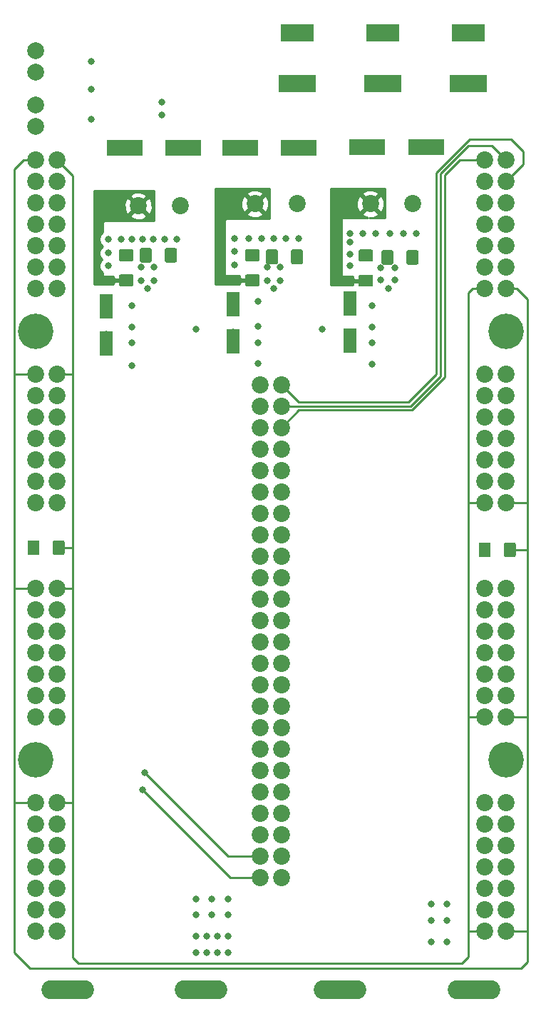
<source format=gbl>
G04 #@! TF.GenerationSoftware,KiCad,Pcbnew,(5.0.2)-1*
G04 #@! TF.CreationDate,2019-01-20T08:21:42-05:00*
G04 #@! TF.ProjectId,modular_backplane,6d6f6475-6c61-4725-9f62-61636b706c61,rev?*
G04 #@! TF.SameCoordinates,Original*
G04 #@! TF.FileFunction,Copper,L6,Bot*
G04 #@! TF.FilePolarity,Positive*
%FSLAX46Y46*%
G04 Gerber Fmt 4.6, Leading zero omitted, Abs format (unit mm)*
G04 Created by KiCad (PCBNEW (5.0.2)-1) date 1/20/2019 8:21:42 AM*
%MOMM*%
%LPD*%
G01*
G04 APERTURE LIST*
G04 #@! TA.AperFunction,ComponentPad*
%ADD10R,4.000000X2.000000*%
G04 #@! TD*
G04 #@! TA.AperFunction,ComponentPad*
%ADD11R,4.500000X2.000000*%
G04 #@! TD*
G04 #@! TA.AperFunction,ComponentPad*
%ADD12C,2.020000*%
G04 #@! TD*
G04 #@! TA.AperFunction,SMDPad,CuDef*
%ADD13R,1.600000X3.000000*%
G04 #@! TD*
G04 #@! TA.AperFunction,SMDPad,CuDef*
%ADD14R,4.200000X1.900000*%
G04 #@! TD*
G04 #@! TA.AperFunction,Conductor*
%ADD15C,0.100000*%
G04 #@! TD*
G04 #@! TA.AperFunction,SMDPad,CuDef*
%ADD16C,1.425000*%
G04 #@! TD*
G04 #@! TA.AperFunction,ComponentPad*
%ADD17O,6.230000X2.270000*%
G04 #@! TD*
G04 #@! TA.AperFunction,ComponentPad*
%ADD18C,2.000000*%
G04 #@! TD*
G04 #@! TA.AperFunction,ComponentPad*
%ADD19C,4.200000*%
G04 #@! TD*
G04 #@! TA.AperFunction,ViaPad*
%ADD20C,0.800000*%
G04 #@! TD*
G04 #@! TA.AperFunction,Conductor*
%ADD21C,0.250000*%
G04 #@! TD*
G04 #@! TA.AperFunction,Conductor*
%ADD22C,0.254000*%
G04 #@! TD*
G04 APERTURE END LIST*
D10*
G04 #@! TO.P,barrelJack1,2*
G04 #@! TO.N,GND*
X45085000Y-2715000D03*
D11*
G04 #@! TO.P,barrelJack1,1*
G04 #@! TO.N,+5V*
X45085000Y-8715000D03*
G04 #@! TD*
D12*
G04 #@! TO.P,L1,2*
G04 #@! TO.N,Net-(C3-Pad1)*
X29885000Y-22987000D03*
G04 #@! TO.P,L1,1*
G04 #@! TO.N,+5V*
X34885000Y-22987000D03*
G04 #@! TD*
G04 #@! TO.P,L2,2*
G04 #@! TO.N,Net-(C8-Pad1)*
X16042000Y-23241000D03*
G04 #@! TO.P,L2,1*
G04 #@! TO.N,+3V3*
X21042000Y-23241000D03*
G04 #@! TD*
D10*
G04 #@! TO.P,barrelJack2,2*
G04 #@! TO.N,GND*
X55245000Y-2715000D03*
D11*
G04 #@! TO.P,barrelJack2,1*
G04 #@! TO.N,+12V*
X55245000Y-8715000D03*
G04 #@! TD*
D10*
G04 #@! TO.P,barrelJack3,2*
G04 #@! TO.N,GND*
X34925000Y-2715000D03*
D11*
G04 #@! TO.P,barrelJack3,1*
G04 #@! TO.N,+3V3*
X34925000Y-8715000D03*
G04 #@! TD*
D13*
G04 #@! TO.P,C1,2*
G04 #@! TO.N,GND*
X27305000Y-39284000D03*
G04 #@! TO.P,C1,1*
G04 #@! TO.N,+15V*
X27305000Y-34884000D03*
G04 #@! TD*
D14*
G04 #@! TO.P,C2,2*
G04 #@! TO.N,GND*
X28123000Y-16383000D03*
G04 #@! TO.P,C2,1*
G04 #@! TO.N,+5V*
X35123000Y-16383000D03*
G04 #@! TD*
D15*
G04 #@! TO.N,Net-(C3-Pad2)*
G04 #@! TO.C,C3*
G36*
X30240504Y-28371704D02*
X30264773Y-28375304D01*
X30288571Y-28381265D01*
X30311671Y-28389530D01*
X30333849Y-28400020D01*
X30354893Y-28412633D01*
X30374598Y-28427247D01*
X30392777Y-28443723D01*
X30409253Y-28461902D01*
X30423867Y-28481607D01*
X30436480Y-28502651D01*
X30446970Y-28524829D01*
X30455235Y-28547929D01*
X30461196Y-28571727D01*
X30464796Y-28595996D01*
X30466000Y-28620500D01*
X30466000Y-29545500D01*
X30464796Y-29570004D01*
X30461196Y-29594273D01*
X30455235Y-29618071D01*
X30446970Y-29641171D01*
X30436480Y-29663349D01*
X30423867Y-29684393D01*
X30409253Y-29704098D01*
X30392777Y-29722277D01*
X30374598Y-29738753D01*
X30354893Y-29753367D01*
X30333849Y-29765980D01*
X30311671Y-29776470D01*
X30288571Y-29784735D01*
X30264773Y-29790696D01*
X30240504Y-29794296D01*
X30216000Y-29795500D01*
X28966000Y-29795500D01*
X28941496Y-29794296D01*
X28917227Y-29790696D01*
X28893429Y-29784735D01*
X28870329Y-29776470D01*
X28848151Y-29765980D01*
X28827107Y-29753367D01*
X28807402Y-29738753D01*
X28789223Y-29722277D01*
X28772747Y-29704098D01*
X28758133Y-29684393D01*
X28745520Y-29663349D01*
X28735030Y-29641171D01*
X28726765Y-29618071D01*
X28720804Y-29594273D01*
X28717204Y-29570004D01*
X28716000Y-29545500D01*
X28716000Y-28620500D01*
X28717204Y-28595996D01*
X28720804Y-28571727D01*
X28726765Y-28547929D01*
X28735030Y-28524829D01*
X28745520Y-28502651D01*
X28758133Y-28481607D01*
X28772747Y-28461902D01*
X28789223Y-28443723D01*
X28807402Y-28427247D01*
X28827107Y-28412633D01*
X28848151Y-28400020D01*
X28870329Y-28389530D01*
X28893429Y-28381265D01*
X28917227Y-28375304D01*
X28941496Y-28371704D01*
X28966000Y-28370500D01*
X30216000Y-28370500D01*
X30240504Y-28371704D01*
X30240504Y-28371704D01*
G37*
D16*
G04 #@! TD*
G04 #@! TO.P,C3,2*
G04 #@! TO.N,Net-(C3-Pad2)*
X29591000Y-29083000D03*
D15*
G04 #@! TO.N,Net-(C3-Pad1)*
G04 #@! TO.C,C3*
G36*
X30240504Y-31346704D02*
X30264773Y-31350304D01*
X30288571Y-31356265D01*
X30311671Y-31364530D01*
X30333849Y-31375020D01*
X30354893Y-31387633D01*
X30374598Y-31402247D01*
X30392777Y-31418723D01*
X30409253Y-31436902D01*
X30423867Y-31456607D01*
X30436480Y-31477651D01*
X30446970Y-31499829D01*
X30455235Y-31522929D01*
X30461196Y-31546727D01*
X30464796Y-31570996D01*
X30466000Y-31595500D01*
X30466000Y-32520500D01*
X30464796Y-32545004D01*
X30461196Y-32569273D01*
X30455235Y-32593071D01*
X30446970Y-32616171D01*
X30436480Y-32638349D01*
X30423867Y-32659393D01*
X30409253Y-32679098D01*
X30392777Y-32697277D01*
X30374598Y-32713753D01*
X30354893Y-32728367D01*
X30333849Y-32740980D01*
X30311671Y-32751470D01*
X30288571Y-32759735D01*
X30264773Y-32765696D01*
X30240504Y-32769296D01*
X30216000Y-32770500D01*
X28966000Y-32770500D01*
X28941496Y-32769296D01*
X28917227Y-32765696D01*
X28893429Y-32759735D01*
X28870329Y-32751470D01*
X28848151Y-32740980D01*
X28827107Y-32728367D01*
X28807402Y-32713753D01*
X28789223Y-32697277D01*
X28772747Y-32679098D01*
X28758133Y-32659393D01*
X28745520Y-32638349D01*
X28735030Y-32616171D01*
X28726765Y-32593071D01*
X28720804Y-32569273D01*
X28717204Y-32545004D01*
X28716000Y-32520500D01*
X28716000Y-31595500D01*
X28717204Y-31570996D01*
X28720804Y-31546727D01*
X28726765Y-31522929D01*
X28735030Y-31499829D01*
X28745520Y-31477651D01*
X28758133Y-31456607D01*
X28772747Y-31436902D01*
X28789223Y-31418723D01*
X28807402Y-31402247D01*
X28827107Y-31387633D01*
X28848151Y-31375020D01*
X28870329Y-31364530D01*
X28893429Y-31356265D01*
X28917227Y-31350304D01*
X28941496Y-31346704D01*
X28966000Y-31345500D01*
X30216000Y-31345500D01*
X30240504Y-31346704D01*
X30240504Y-31346704D01*
G37*
D16*
G04 #@! TD*
G04 #@! TO.P,C3,1*
G04 #@! TO.N,Net-(C3-Pad1)*
X29591000Y-32058000D03*
D15*
G04 #@! TO.N,GND*
G04 #@! TO.C,C4*
G36*
X32400504Y-28399704D02*
X32424773Y-28403304D01*
X32448571Y-28409265D01*
X32471671Y-28417530D01*
X32493849Y-28428020D01*
X32514893Y-28440633D01*
X32534598Y-28455247D01*
X32552777Y-28471723D01*
X32569253Y-28489902D01*
X32583867Y-28509607D01*
X32596480Y-28530651D01*
X32606970Y-28552829D01*
X32615235Y-28575929D01*
X32621196Y-28599727D01*
X32624796Y-28623996D01*
X32626000Y-28648500D01*
X32626000Y-29898500D01*
X32624796Y-29923004D01*
X32621196Y-29947273D01*
X32615235Y-29971071D01*
X32606970Y-29994171D01*
X32596480Y-30016349D01*
X32583867Y-30037393D01*
X32569253Y-30057098D01*
X32552777Y-30075277D01*
X32534598Y-30091753D01*
X32514893Y-30106367D01*
X32493849Y-30118980D01*
X32471671Y-30129470D01*
X32448571Y-30137735D01*
X32424773Y-30143696D01*
X32400504Y-30147296D01*
X32376000Y-30148500D01*
X31451000Y-30148500D01*
X31426496Y-30147296D01*
X31402227Y-30143696D01*
X31378429Y-30137735D01*
X31355329Y-30129470D01*
X31333151Y-30118980D01*
X31312107Y-30106367D01*
X31292402Y-30091753D01*
X31274223Y-30075277D01*
X31257747Y-30057098D01*
X31243133Y-30037393D01*
X31230520Y-30016349D01*
X31220030Y-29994171D01*
X31211765Y-29971071D01*
X31205804Y-29947273D01*
X31202204Y-29923004D01*
X31201000Y-29898500D01*
X31201000Y-28648500D01*
X31202204Y-28623996D01*
X31205804Y-28599727D01*
X31211765Y-28575929D01*
X31220030Y-28552829D01*
X31230520Y-28530651D01*
X31243133Y-28509607D01*
X31257747Y-28489902D01*
X31274223Y-28471723D01*
X31292402Y-28455247D01*
X31312107Y-28440633D01*
X31333151Y-28428020D01*
X31355329Y-28417530D01*
X31378429Y-28409265D01*
X31402227Y-28403304D01*
X31426496Y-28399704D01*
X31451000Y-28398500D01*
X32376000Y-28398500D01*
X32400504Y-28399704D01*
X32400504Y-28399704D01*
G37*
D16*
G04 #@! TD*
G04 #@! TO.P,C4,2*
G04 #@! TO.N,GND*
X31913500Y-29273500D03*
D15*
G04 #@! TO.N,Net-(C4-Pad1)*
G04 #@! TO.C,C4*
G36*
X35375504Y-28399704D02*
X35399773Y-28403304D01*
X35423571Y-28409265D01*
X35446671Y-28417530D01*
X35468849Y-28428020D01*
X35489893Y-28440633D01*
X35509598Y-28455247D01*
X35527777Y-28471723D01*
X35544253Y-28489902D01*
X35558867Y-28509607D01*
X35571480Y-28530651D01*
X35581970Y-28552829D01*
X35590235Y-28575929D01*
X35596196Y-28599727D01*
X35599796Y-28623996D01*
X35601000Y-28648500D01*
X35601000Y-29898500D01*
X35599796Y-29923004D01*
X35596196Y-29947273D01*
X35590235Y-29971071D01*
X35581970Y-29994171D01*
X35571480Y-30016349D01*
X35558867Y-30037393D01*
X35544253Y-30057098D01*
X35527777Y-30075277D01*
X35509598Y-30091753D01*
X35489893Y-30106367D01*
X35468849Y-30118980D01*
X35446671Y-30129470D01*
X35423571Y-30137735D01*
X35399773Y-30143696D01*
X35375504Y-30147296D01*
X35351000Y-30148500D01*
X34426000Y-30148500D01*
X34401496Y-30147296D01*
X34377227Y-30143696D01*
X34353429Y-30137735D01*
X34330329Y-30129470D01*
X34308151Y-30118980D01*
X34287107Y-30106367D01*
X34267402Y-30091753D01*
X34249223Y-30075277D01*
X34232747Y-30057098D01*
X34218133Y-30037393D01*
X34205520Y-30016349D01*
X34195030Y-29994171D01*
X34186765Y-29971071D01*
X34180804Y-29947273D01*
X34177204Y-29923004D01*
X34176000Y-29898500D01*
X34176000Y-28648500D01*
X34177204Y-28623996D01*
X34180804Y-28599727D01*
X34186765Y-28575929D01*
X34195030Y-28552829D01*
X34205520Y-28530651D01*
X34218133Y-28509607D01*
X34232747Y-28489902D01*
X34249223Y-28471723D01*
X34267402Y-28455247D01*
X34287107Y-28440633D01*
X34308151Y-28428020D01*
X34330329Y-28417530D01*
X34353429Y-28409265D01*
X34377227Y-28403304D01*
X34401496Y-28399704D01*
X34426000Y-28398500D01*
X35351000Y-28398500D01*
X35375504Y-28399704D01*
X35375504Y-28399704D01*
G37*
D16*
G04 #@! TD*
G04 #@! TO.P,C4,1*
G04 #@! TO.N,Net-(C4-Pad1)*
X34888500Y-29273500D03*
D13*
G04 #@! TO.P,C6,2*
G04 #@! TO.N,GND*
X12192000Y-39538000D03*
G04 #@! TO.P,C6,1*
G04 #@! TO.N,+15V*
X12192000Y-35138000D03*
G04 #@! TD*
D14*
G04 #@! TO.P,C7,2*
G04 #@! TO.N,GND*
X14407000Y-16383000D03*
G04 #@! TO.P,C7,1*
G04 #@! TO.N,+3V3*
X21407000Y-16383000D03*
G04 #@! TD*
D15*
G04 #@! TO.N,Net-(C8-Pad2)*
G04 #@! TO.C,C8*
G36*
X15254504Y-28371704D02*
X15278773Y-28375304D01*
X15302571Y-28381265D01*
X15325671Y-28389530D01*
X15347849Y-28400020D01*
X15368893Y-28412633D01*
X15388598Y-28427247D01*
X15406777Y-28443723D01*
X15423253Y-28461902D01*
X15437867Y-28481607D01*
X15450480Y-28502651D01*
X15460970Y-28524829D01*
X15469235Y-28547929D01*
X15475196Y-28571727D01*
X15478796Y-28595996D01*
X15480000Y-28620500D01*
X15480000Y-29545500D01*
X15478796Y-29570004D01*
X15475196Y-29594273D01*
X15469235Y-29618071D01*
X15460970Y-29641171D01*
X15450480Y-29663349D01*
X15437867Y-29684393D01*
X15423253Y-29704098D01*
X15406777Y-29722277D01*
X15388598Y-29738753D01*
X15368893Y-29753367D01*
X15347849Y-29765980D01*
X15325671Y-29776470D01*
X15302571Y-29784735D01*
X15278773Y-29790696D01*
X15254504Y-29794296D01*
X15230000Y-29795500D01*
X13980000Y-29795500D01*
X13955496Y-29794296D01*
X13931227Y-29790696D01*
X13907429Y-29784735D01*
X13884329Y-29776470D01*
X13862151Y-29765980D01*
X13841107Y-29753367D01*
X13821402Y-29738753D01*
X13803223Y-29722277D01*
X13786747Y-29704098D01*
X13772133Y-29684393D01*
X13759520Y-29663349D01*
X13749030Y-29641171D01*
X13740765Y-29618071D01*
X13734804Y-29594273D01*
X13731204Y-29570004D01*
X13730000Y-29545500D01*
X13730000Y-28620500D01*
X13731204Y-28595996D01*
X13734804Y-28571727D01*
X13740765Y-28547929D01*
X13749030Y-28524829D01*
X13759520Y-28502651D01*
X13772133Y-28481607D01*
X13786747Y-28461902D01*
X13803223Y-28443723D01*
X13821402Y-28427247D01*
X13841107Y-28412633D01*
X13862151Y-28400020D01*
X13884329Y-28389530D01*
X13907429Y-28381265D01*
X13931227Y-28375304D01*
X13955496Y-28371704D01*
X13980000Y-28370500D01*
X15230000Y-28370500D01*
X15254504Y-28371704D01*
X15254504Y-28371704D01*
G37*
D16*
G04 #@! TD*
G04 #@! TO.P,C8,2*
G04 #@! TO.N,Net-(C8-Pad2)*
X14605000Y-29083000D03*
D15*
G04 #@! TO.N,Net-(C8-Pad1)*
G04 #@! TO.C,C8*
G36*
X15254504Y-31346704D02*
X15278773Y-31350304D01*
X15302571Y-31356265D01*
X15325671Y-31364530D01*
X15347849Y-31375020D01*
X15368893Y-31387633D01*
X15388598Y-31402247D01*
X15406777Y-31418723D01*
X15423253Y-31436902D01*
X15437867Y-31456607D01*
X15450480Y-31477651D01*
X15460970Y-31499829D01*
X15469235Y-31522929D01*
X15475196Y-31546727D01*
X15478796Y-31570996D01*
X15480000Y-31595500D01*
X15480000Y-32520500D01*
X15478796Y-32545004D01*
X15475196Y-32569273D01*
X15469235Y-32593071D01*
X15460970Y-32616171D01*
X15450480Y-32638349D01*
X15437867Y-32659393D01*
X15423253Y-32679098D01*
X15406777Y-32697277D01*
X15388598Y-32713753D01*
X15368893Y-32728367D01*
X15347849Y-32740980D01*
X15325671Y-32751470D01*
X15302571Y-32759735D01*
X15278773Y-32765696D01*
X15254504Y-32769296D01*
X15230000Y-32770500D01*
X13980000Y-32770500D01*
X13955496Y-32769296D01*
X13931227Y-32765696D01*
X13907429Y-32759735D01*
X13884329Y-32751470D01*
X13862151Y-32740980D01*
X13841107Y-32728367D01*
X13821402Y-32713753D01*
X13803223Y-32697277D01*
X13786747Y-32679098D01*
X13772133Y-32659393D01*
X13759520Y-32638349D01*
X13749030Y-32616171D01*
X13740765Y-32593071D01*
X13734804Y-32569273D01*
X13731204Y-32545004D01*
X13730000Y-32520500D01*
X13730000Y-31595500D01*
X13731204Y-31570996D01*
X13734804Y-31546727D01*
X13740765Y-31522929D01*
X13749030Y-31499829D01*
X13759520Y-31477651D01*
X13772133Y-31456607D01*
X13786747Y-31436902D01*
X13803223Y-31418723D01*
X13821402Y-31402247D01*
X13841107Y-31387633D01*
X13862151Y-31375020D01*
X13884329Y-31364530D01*
X13907429Y-31356265D01*
X13931227Y-31350304D01*
X13955496Y-31346704D01*
X13980000Y-31345500D01*
X15230000Y-31345500D01*
X15254504Y-31346704D01*
X15254504Y-31346704D01*
G37*
D16*
G04 #@! TD*
G04 #@! TO.P,C8,1*
G04 #@! TO.N,Net-(C8-Pad1)*
X14605000Y-32058000D03*
D15*
G04 #@! TO.N,GND*
G04 #@! TO.C,C9*
G36*
X17414504Y-28209204D02*
X17438773Y-28212804D01*
X17462571Y-28218765D01*
X17485671Y-28227030D01*
X17507849Y-28237520D01*
X17528893Y-28250133D01*
X17548598Y-28264747D01*
X17566777Y-28281223D01*
X17583253Y-28299402D01*
X17597867Y-28319107D01*
X17610480Y-28340151D01*
X17620970Y-28362329D01*
X17629235Y-28385429D01*
X17635196Y-28409227D01*
X17638796Y-28433496D01*
X17640000Y-28458000D01*
X17640000Y-29708000D01*
X17638796Y-29732504D01*
X17635196Y-29756773D01*
X17629235Y-29780571D01*
X17620970Y-29803671D01*
X17610480Y-29825849D01*
X17597867Y-29846893D01*
X17583253Y-29866598D01*
X17566777Y-29884777D01*
X17548598Y-29901253D01*
X17528893Y-29915867D01*
X17507849Y-29928480D01*
X17485671Y-29938970D01*
X17462571Y-29947235D01*
X17438773Y-29953196D01*
X17414504Y-29956796D01*
X17390000Y-29958000D01*
X16465000Y-29958000D01*
X16440496Y-29956796D01*
X16416227Y-29953196D01*
X16392429Y-29947235D01*
X16369329Y-29938970D01*
X16347151Y-29928480D01*
X16326107Y-29915867D01*
X16306402Y-29901253D01*
X16288223Y-29884777D01*
X16271747Y-29866598D01*
X16257133Y-29846893D01*
X16244520Y-29825849D01*
X16234030Y-29803671D01*
X16225765Y-29780571D01*
X16219804Y-29756773D01*
X16216204Y-29732504D01*
X16215000Y-29708000D01*
X16215000Y-28458000D01*
X16216204Y-28433496D01*
X16219804Y-28409227D01*
X16225765Y-28385429D01*
X16234030Y-28362329D01*
X16244520Y-28340151D01*
X16257133Y-28319107D01*
X16271747Y-28299402D01*
X16288223Y-28281223D01*
X16306402Y-28264747D01*
X16326107Y-28250133D01*
X16347151Y-28237520D01*
X16369329Y-28227030D01*
X16392429Y-28218765D01*
X16416227Y-28212804D01*
X16440496Y-28209204D01*
X16465000Y-28208000D01*
X17390000Y-28208000D01*
X17414504Y-28209204D01*
X17414504Y-28209204D01*
G37*
D16*
G04 #@! TD*
G04 #@! TO.P,C9,2*
G04 #@! TO.N,GND*
X16927500Y-29083000D03*
D15*
G04 #@! TO.N,Net-(C9-Pad1)*
G04 #@! TO.C,C9*
G36*
X20389504Y-28209204D02*
X20413773Y-28212804D01*
X20437571Y-28218765D01*
X20460671Y-28227030D01*
X20482849Y-28237520D01*
X20503893Y-28250133D01*
X20523598Y-28264747D01*
X20541777Y-28281223D01*
X20558253Y-28299402D01*
X20572867Y-28319107D01*
X20585480Y-28340151D01*
X20595970Y-28362329D01*
X20604235Y-28385429D01*
X20610196Y-28409227D01*
X20613796Y-28433496D01*
X20615000Y-28458000D01*
X20615000Y-29708000D01*
X20613796Y-29732504D01*
X20610196Y-29756773D01*
X20604235Y-29780571D01*
X20595970Y-29803671D01*
X20585480Y-29825849D01*
X20572867Y-29846893D01*
X20558253Y-29866598D01*
X20541777Y-29884777D01*
X20523598Y-29901253D01*
X20503893Y-29915867D01*
X20482849Y-29928480D01*
X20460671Y-29938970D01*
X20437571Y-29947235D01*
X20413773Y-29953196D01*
X20389504Y-29956796D01*
X20365000Y-29958000D01*
X19440000Y-29958000D01*
X19415496Y-29956796D01*
X19391227Y-29953196D01*
X19367429Y-29947235D01*
X19344329Y-29938970D01*
X19322151Y-29928480D01*
X19301107Y-29915867D01*
X19281402Y-29901253D01*
X19263223Y-29884777D01*
X19246747Y-29866598D01*
X19232133Y-29846893D01*
X19219520Y-29825849D01*
X19209030Y-29803671D01*
X19200765Y-29780571D01*
X19194804Y-29756773D01*
X19191204Y-29732504D01*
X19190000Y-29708000D01*
X19190000Y-28458000D01*
X19191204Y-28433496D01*
X19194804Y-28409227D01*
X19200765Y-28385429D01*
X19209030Y-28362329D01*
X19219520Y-28340151D01*
X19232133Y-28319107D01*
X19246747Y-28299402D01*
X19263223Y-28281223D01*
X19281402Y-28264747D01*
X19301107Y-28250133D01*
X19322151Y-28237520D01*
X19344329Y-28227030D01*
X19367429Y-28218765D01*
X19391227Y-28212804D01*
X19415496Y-28209204D01*
X19440000Y-28208000D01*
X20365000Y-28208000D01*
X20389504Y-28209204D01*
X20389504Y-28209204D01*
G37*
D16*
G04 #@! TD*
G04 #@! TO.P,C9,1*
G04 #@! TO.N,Net-(C9-Pad1)*
X19902500Y-29083000D03*
D17*
G04 #@! TO.P,lipoGnd1,1*
G04 #@! TO.N,GND*
X23495000Y-116205000D03*
G04 #@! TD*
G04 #@! TO.P,LipoGnd2,1*
G04 #@! TO.N,GND*
X55880000Y-116205000D03*
G04 #@! TD*
G04 #@! TO.P,lipoIn1,1*
G04 #@! TO.N,liPo1*
X7620000Y-116205000D03*
G04 #@! TD*
G04 #@! TO.P,lipoIn2,1*
G04 #@! TO.N,liPo2*
X40005000Y-116205000D03*
G04 #@! TD*
D18*
G04 #@! TO.P,I2C,2*
G04 #@! TO.N,sda*
X3810000Y-13843000D03*
G04 #@! TO.P,I2C,1*
G04 #@! TO.N,scl*
X3810000Y-11303000D03*
G04 #@! TD*
D15*
G04 #@! TO.N,scl*
G04 #@! TO.C,R15*
G36*
X7054504Y-62880204D02*
X7078773Y-62883804D01*
X7102571Y-62889765D01*
X7125671Y-62898030D01*
X7147849Y-62908520D01*
X7168893Y-62921133D01*
X7188598Y-62935747D01*
X7206777Y-62952223D01*
X7223253Y-62970402D01*
X7237867Y-62990107D01*
X7250480Y-63011151D01*
X7260970Y-63033329D01*
X7269235Y-63056429D01*
X7275196Y-63080227D01*
X7278796Y-63104496D01*
X7280000Y-63129000D01*
X7280000Y-64379000D01*
X7278796Y-64403504D01*
X7275196Y-64427773D01*
X7269235Y-64451571D01*
X7260970Y-64474671D01*
X7250480Y-64496849D01*
X7237867Y-64517893D01*
X7223253Y-64537598D01*
X7206777Y-64555777D01*
X7188598Y-64572253D01*
X7168893Y-64586867D01*
X7147849Y-64599480D01*
X7125671Y-64609970D01*
X7102571Y-64618235D01*
X7078773Y-64624196D01*
X7054504Y-64627796D01*
X7030000Y-64629000D01*
X6105000Y-64629000D01*
X6080496Y-64627796D01*
X6056227Y-64624196D01*
X6032429Y-64618235D01*
X6009329Y-64609970D01*
X5987151Y-64599480D01*
X5966107Y-64586867D01*
X5946402Y-64572253D01*
X5928223Y-64555777D01*
X5911747Y-64537598D01*
X5897133Y-64517893D01*
X5884520Y-64496849D01*
X5874030Y-64474671D01*
X5865765Y-64451571D01*
X5859804Y-64427773D01*
X5856204Y-64403504D01*
X5855000Y-64379000D01*
X5855000Y-63129000D01*
X5856204Y-63104496D01*
X5859804Y-63080227D01*
X5865765Y-63056429D01*
X5874030Y-63033329D01*
X5884520Y-63011151D01*
X5897133Y-62990107D01*
X5911747Y-62970402D01*
X5928223Y-62952223D01*
X5946402Y-62935747D01*
X5966107Y-62921133D01*
X5987151Y-62908520D01*
X6009329Y-62898030D01*
X6032429Y-62889765D01*
X6056227Y-62883804D01*
X6080496Y-62880204D01*
X6105000Y-62879000D01*
X7030000Y-62879000D01*
X7054504Y-62880204D01*
X7054504Y-62880204D01*
G37*
D16*
G04 #@! TD*
G04 #@! TO.P,R15,2*
G04 #@! TO.N,scl*
X6567500Y-63754000D03*
D15*
G04 #@! TO.N,+3V3*
G04 #@! TO.C,R15*
G36*
X4079504Y-62880204D02*
X4103773Y-62883804D01*
X4127571Y-62889765D01*
X4150671Y-62898030D01*
X4172849Y-62908520D01*
X4193893Y-62921133D01*
X4213598Y-62935747D01*
X4231777Y-62952223D01*
X4248253Y-62970402D01*
X4262867Y-62990107D01*
X4275480Y-63011151D01*
X4285970Y-63033329D01*
X4294235Y-63056429D01*
X4300196Y-63080227D01*
X4303796Y-63104496D01*
X4305000Y-63129000D01*
X4305000Y-64379000D01*
X4303796Y-64403504D01*
X4300196Y-64427773D01*
X4294235Y-64451571D01*
X4285970Y-64474671D01*
X4275480Y-64496849D01*
X4262867Y-64517893D01*
X4248253Y-64537598D01*
X4231777Y-64555777D01*
X4213598Y-64572253D01*
X4193893Y-64586867D01*
X4172849Y-64599480D01*
X4150671Y-64609970D01*
X4127571Y-64618235D01*
X4103773Y-64624196D01*
X4079504Y-64627796D01*
X4055000Y-64629000D01*
X3130000Y-64629000D01*
X3105496Y-64627796D01*
X3081227Y-64624196D01*
X3057429Y-64618235D01*
X3034329Y-64609970D01*
X3012151Y-64599480D01*
X2991107Y-64586867D01*
X2971402Y-64572253D01*
X2953223Y-64555777D01*
X2936747Y-64537598D01*
X2922133Y-64517893D01*
X2909520Y-64496849D01*
X2899030Y-64474671D01*
X2890765Y-64451571D01*
X2884804Y-64427773D01*
X2881204Y-64403504D01*
X2880000Y-64379000D01*
X2880000Y-63129000D01*
X2881204Y-63104496D01*
X2884804Y-63080227D01*
X2890765Y-63056429D01*
X2899030Y-63033329D01*
X2909520Y-63011151D01*
X2922133Y-62990107D01*
X2936747Y-62970402D01*
X2953223Y-62952223D01*
X2971402Y-62935747D01*
X2991107Y-62921133D01*
X3012151Y-62908520D01*
X3034329Y-62898030D01*
X3057429Y-62889765D01*
X3081227Y-62883804D01*
X3105496Y-62880204D01*
X3130000Y-62879000D01*
X4055000Y-62879000D01*
X4079504Y-62880204D01*
X4079504Y-62880204D01*
G37*
D16*
G04 #@! TD*
G04 #@! TO.P,R15,1*
G04 #@! TO.N,+3V3*
X3592500Y-63754000D03*
D15*
G04 #@! TO.N,sda*
G04 #@! TO.C,R16*
G36*
X60648504Y-63134204D02*
X60672773Y-63137804D01*
X60696571Y-63143765D01*
X60719671Y-63152030D01*
X60741849Y-63162520D01*
X60762893Y-63175133D01*
X60782598Y-63189747D01*
X60800777Y-63206223D01*
X60817253Y-63224402D01*
X60831867Y-63244107D01*
X60844480Y-63265151D01*
X60854970Y-63287329D01*
X60863235Y-63310429D01*
X60869196Y-63334227D01*
X60872796Y-63358496D01*
X60874000Y-63383000D01*
X60874000Y-64633000D01*
X60872796Y-64657504D01*
X60869196Y-64681773D01*
X60863235Y-64705571D01*
X60854970Y-64728671D01*
X60844480Y-64750849D01*
X60831867Y-64771893D01*
X60817253Y-64791598D01*
X60800777Y-64809777D01*
X60782598Y-64826253D01*
X60762893Y-64840867D01*
X60741849Y-64853480D01*
X60719671Y-64863970D01*
X60696571Y-64872235D01*
X60672773Y-64878196D01*
X60648504Y-64881796D01*
X60624000Y-64883000D01*
X59699000Y-64883000D01*
X59674496Y-64881796D01*
X59650227Y-64878196D01*
X59626429Y-64872235D01*
X59603329Y-64863970D01*
X59581151Y-64853480D01*
X59560107Y-64840867D01*
X59540402Y-64826253D01*
X59522223Y-64809777D01*
X59505747Y-64791598D01*
X59491133Y-64771893D01*
X59478520Y-64750849D01*
X59468030Y-64728671D01*
X59459765Y-64705571D01*
X59453804Y-64681773D01*
X59450204Y-64657504D01*
X59449000Y-64633000D01*
X59449000Y-63383000D01*
X59450204Y-63358496D01*
X59453804Y-63334227D01*
X59459765Y-63310429D01*
X59468030Y-63287329D01*
X59478520Y-63265151D01*
X59491133Y-63244107D01*
X59505747Y-63224402D01*
X59522223Y-63206223D01*
X59540402Y-63189747D01*
X59560107Y-63175133D01*
X59581151Y-63162520D01*
X59603329Y-63152030D01*
X59626429Y-63143765D01*
X59650227Y-63137804D01*
X59674496Y-63134204D01*
X59699000Y-63133000D01*
X60624000Y-63133000D01*
X60648504Y-63134204D01*
X60648504Y-63134204D01*
G37*
D16*
G04 #@! TD*
G04 #@! TO.P,R16,2*
G04 #@! TO.N,sda*
X60161500Y-64008000D03*
D15*
G04 #@! TO.N,+3V3*
G04 #@! TO.C,R16*
G36*
X57673504Y-63134204D02*
X57697773Y-63137804D01*
X57721571Y-63143765D01*
X57744671Y-63152030D01*
X57766849Y-63162520D01*
X57787893Y-63175133D01*
X57807598Y-63189747D01*
X57825777Y-63206223D01*
X57842253Y-63224402D01*
X57856867Y-63244107D01*
X57869480Y-63265151D01*
X57879970Y-63287329D01*
X57888235Y-63310429D01*
X57894196Y-63334227D01*
X57897796Y-63358496D01*
X57899000Y-63383000D01*
X57899000Y-64633000D01*
X57897796Y-64657504D01*
X57894196Y-64681773D01*
X57888235Y-64705571D01*
X57879970Y-64728671D01*
X57869480Y-64750849D01*
X57856867Y-64771893D01*
X57842253Y-64791598D01*
X57825777Y-64809777D01*
X57807598Y-64826253D01*
X57787893Y-64840867D01*
X57766849Y-64853480D01*
X57744671Y-64863970D01*
X57721571Y-64872235D01*
X57697773Y-64878196D01*
X57673504Y-64881796D01*
X57649000Y-64883000D01*
X56724000Y-64883000D01*
X56699496Y-64881796D01*
X56675227Y-64878196D01*
X56651429Y-64872235D01*
X56628329Y-64863970D01*
X56606151Y-64853480D01*
X56585107Y-64840867D01*
X56565402Y-64826253D01*
X56547223Y-64809777D01*
X56530747Y-64791598D01*
X56516133Y-64771893D01*
X56503520Y-64750849D01*
X56493030Y-64728671D01*
X56484765Y-64705571D01*
X56478804Y-64681773D01*
X56475204Y-64657504D01*
X56474000Y-64633000D01*
X56474000Y-63383000D01*
X56475204Y-63358496D01*
X56478804Y-63334227D01*
X56484765Y-63310429D01*
X56493030Y-63287329D01*
X56503520Y-63265151D01*
X56516133Y-63244107D01*
X56530747Y-63224402D01*
X56547223Y-63206223D01*
X56565402Y-63189747D01*
X56585107Y-63175133D01*
X56606151Y-63162520D01*
X56628329Y-63152030D01*
X56651429Y-63143765D01*
X56675227Y-63137804D01*
X56699496Y-63134204D01*
X56724000Y-63133000D01*
X57649000Y-63133000D01*
X57673504Y-63134204D01*
X57673504Y-63134204D01*
G37*
D16*
G04 #@! TD*
G04 #@! TO.P,R16,1*
G04 #@! TO.N,+3V3*
X57186500Y-64008000D03*
D12*
G04 #@! TO.P,Card1,14*
G04 #@! TO.N,scl*
X6350000Y-17780000D03*
G04 #@! TO.P,Card1,13*
G04 #@! TO.N,sda*
X3810000Y-17780000D03*
G04 #@! TO.P,Card1,12*
G04 #@! TO.N,+5V*
X6350000Y-20320000D03*
G04 #@! TO.P,Card1,11*
G04 #@! TO.N,+3V3*
X3810000Y-20320000D03*
G04 #@! TO.P,Card1,10*
G04 #@! TO.N,+15V*
X6350000Y-22860000D03*
G04 #@! TO.P,Card1,9*
X3810000Y-22860000D03*
G04 #@! TO.P,Card1,8*
G04 #@! TO.N,header2Gpio6*
X6350000Y-25400000D03*
G04 #@! TO.P,Card1,7*
G04 #@! TO.N,GND*
X3810000Y-25400000D03*
G04 #@! TO.P,Card1,6*
G04 #@! TO.N,header2Gpio5*
X6350000Y-27940000D03*
G04 #@! TO.P,Card1,5*
G04 #@! TO.N,GND*
X3810000Y-27940000D03*
G04 #@! TO.P,Card1,4*
G04 #@! TO.N,header2Gpio4*
X6350000Y-30480000D03*
G04 #@! TO.P,Card1,3*
G04 #@! TO.N,header2Gpio2*
X3810000Y-30480000D03*
G04 #@! TO.P,Card1,2*
G04 #@! TO.N,header2Gpio3*
X6350000Y-33020000D03*
G04 #@! TO.P,Card1,1*
G04 #@! TO.N,header2Gpio1*
X3810000Y-33020000D03*
G04 #@! TD*
G04 #@! TO.P,Card2,14*
G04 #@! TO.N,scl*
X6350000Y-43180000D03*
G04 #@! TO.P,Card2,13*
G04 #@! TO.N,sda*
X3810000Y-43180000D03*
G04 #@! TO.P,Card2,12*
G04 #@! TO.N,+5V*
X6350000Y-45720000D03*
G04 #@! TO.P,Card2,11*
G04 #@! TO.N,+3V3*
X3810000Y-45720000D03*
G04 #@! TO.P,Card2,10*
G04 #@! TO.N,+15V*
X6350000Y-48260000D03*
G04 #@! TO.P,Card2,9*
X3810000Y-48260000D03*
G04 #@! TO.P,Card2,8*
G04 #@! TO.N,header3Gpio6*
X6350000Y-50800000D03*
G04 #@! TO.P,Card2,7*
G04 #@! TO.N,GND*
X3810000Y-50800000D03*
G04 #@! TO.P,Card2,6*
G04 #@! TO.N,header3Gpio5*
X6350000Y-53340000D03*
G04 #@! TO.P,Card2,5*
G04 #@! TO.N,GND*
X3810000Y-53340000D03*
G04 #@! TO.P,Card2,4*
G04 #@! TO.N,header3Gpio4*
X6350000Y-55880000D03*
G04 #@! TO.P,Card2,3*
G04 #@! TO.N,header3Gpio2*
X3810000Y-55880000D03*
G04 #@! TO.P,Card2,2*
G04 #@! TO.N,header3Gpio3*
X6350000Y-58420000D03*
G04 #@! TO.P,Card2,1*
G04 #@! TO.N,header3Gpio1*
X3810000Y-58420000D03*
G04 #@! TD*
G04 #@! TO.P,Card3,14*
G04 #@! TO.N,scl*
X6350000Y-68580000D03*
G04 #@! TO.P,Card3,13*
G04 #@! TO.N,sda*
X3810000Y-68580000D03*
G04 #@! TO.P,Card3,12*
G04 #@! TO.N,+5V*
X6350000Y-71120000D03*
G04 #@! TO.P,Card3,11*
G04 #@! TO.N,+3V3*
X3810000Y-71120000D03*
G04 #@! TO.P,Card3,10*
G04 #@! TO.N,+15V*
X6350000Y-73660000D03*
G04 #@! TO.P,Card3,9*
X3810000Y-73660000D03*
G04 #@! TO.P,Card3,8*
G04 #@! TO.N,header4Gpio6*
X6350000Y-76200000D03*
G04 #@! TO.P,Card3,7*
G04 #@! TO.N,GND*
X3810000Y-76200000D03*
G04 #@! TO.P,Card3,6*
G04 #@! TO.N,header4Gpio5*
X6350000Y-78740000D03*
G04 #@! TO.P,Card3,5*
G04 #@! TO.N,GND*
X3810000Y-78740000D03*
G04 #@! TO.P,Card3,4*
G04 #@! TO.N,header4Gpio4*
X6350000Y-81280000D03*
G04 #@! TO.P,Card3,3*
G04 #@! TO.N,header4Gpio2*
X3810000Y-81280000D03*
G04 #@! TO.P,Card3,2*
G04 #@! TO.N,header4Gpio3*
X6350000Y-83820000D03*
G04 #@! TO.P,Card3,1*
G04 #@! TO.N,header4Gpio1*
X3810000Y-83820000D03*
G04 #@! TD*
G04 #@! TO.P,Card4,14*
G04 #@! TO.N,scl*
X6350000Y-93980000D03*
G04 #@! TO.P,Card4,13*
G04 #@! TO.N,sda*
X3810000Y-93980000D03*
G04 #@! TO.P,Card4,12*
G04 #@! TO.N,+5V*
X6350000Y-96520000D03*
G04 #@! TO.P,Card4,11*
G04 #@! TO.N,+3V3*
X3810000Y-96520000D03*
G04 #@! TO.P,Card4,10*
G04 #@! TO.N,+15V*
X6350000Y-99060000D03*
G04 #@! TO.P,Card4,9*
X3810000Y-99060000D03*
G04 #@! TO.P,Card4,8*
G04 #@! TO.N,header5Gpio6*
X6350000Y-101600000D03*
G04 #@! TO.P,Card4,7*
G04 #@! TO.N,GND*
X3810000Y-101600000D03*
G04 #@! TO.P,Card4,6*
G04 #@! TO.N,header5Gpio5*
X6350000Y-104140000D03*
G04 #@! TO.P,Card4,5*
G04 #@! TO.N,GND*
X3810000Y-104140000D03*
G04 #@! TO.P,Card4,4*
G04 #@! TO.N,header5Gpio4*
X6350000Y-106680000D03*
G04 #@! TO.P,Card4,3*
G04 #@! TO.N,header5Gpio2*
X3810000Y-106680000D03*
G04 #@! TO.P,Card4,2*
G04 #@! TO.N,header5Gpio3*
X6350000Y-109220000D03*
G04 #@! TO.P,Card4,1*
G04 #@! TO.N,header5Gpio1*
X3810000Y-109220000D03*
G04 #@! TD*
G04 #@! TO.P,Card8,14*
G04 #@! TO.N,scl*
X57150000Y-33020000D03*
G04 #@! TO.P,Card8,13*
G04 #@! TO.N,sda*
X59690000Y-33020000D03*
G04 #@! TO.P,Card8,12*
G04 #@! TO.N,+5V*
X57150000Y-30480000D03*
G04 #@! TO.P,Card8,11*
G04 #@! TO.N,+3V3*
X59690000Y-30480000D03*
G04 #@! TO.P,Card8,10*
G04 #@! TO.N,+15V*
X57150000Y-27940000D03*
G04 #@! TO.P,Card8,9*
X59690000Y-27940000D03*
G04 #@! TO.P,Card8,8*
G04 #@! TO.N,header6Gpio6*
X57150000Y-25400000D03*
G04 #@! TO.P,Card8,7*
G04 #@! TO.N,GND*
X59690000Y-25400000D03*
G04 #@! TO.P,Card8,6*
G04 #@! TO.N,header6Gpio5*
X57150000Y-22860000D03*
G04 #@! TO.P,Card8,5*
G04 #@! TO.N,GND*
X59690000Y-22860000D03*
G04 #@! TO.P,Card8,4*
G04 #@! TO.N,header6Gpio4*
X57150000Y-20320000D03*
G04 #@! TO.P,Card8,3*
G04 #@! TO.N,header6Gpio2*
X59690000Y-20320000D03*
G04 #@! TO.P,Card8,2*
G04 #@! TO.N,header6Gpio3*
X57150000Y-17780000D03*
G04 #@! TO.P,Card8,1*
G04 #@! TO.N,header6Gpio1*
X59690000Y-17780000D03*
G04 #@! TD*
G04 #@! TO.P,Card7,14*
G04 #@! TO.N,scl*
X57150000Y-58420000D03*
G04 #@! TO.P,Card7,13*
G04 #@! TO.N,sda*
X59690000Y-58420000D03*
G04 #@! TO.P,Card7,12*
G04 #@! TO.N,+5V*
X57150000Y-55880000D03*
G04 #@! TO.P,Card7,11*
G04 #@! TO.N,+3V3*
X59690000Y-55880000D03*
G04 #@! TO.P,Card7,10*
G04 #@! TO.N,+15V*
X57150000Y-53340000D03*
G04 #@! TO.P,Card7,9*
X59690000Y-53340000D03*
G04 #@! TO.P,Card7,8*
G04 #@! TO.N,header7Gpio6*
X57150000Y-50800000D03*
G04 #@! TO.P,Card7,7*
G04 #@! TO.N,GND*
X59690000Y-50800000D03*
G04 #@! TO.P,Card7,6*
G04 #@! TO.N,header7Gpio5*
X57150000Y-48260000D03*
G04 #@! TO.P,Card7,5*
G04 #@! TO.N,GND*
X59690000Y-48260000D03*
G04 #@! TO.P,Card7,4*
G04 #@! TO.N,header7Gpio4*
X57150000Y-45720000D03*
G04 #@! TO.P,Card7,3*
G04 #@! TO.N,header7Gpio2*
X59690000Y-45720000D03*
G04 #@! TO.P,Card7,2*
G04 #@! TO.N,header7Gpio3*
X57150000Y-43180000D03*
G04 #@! TO.P,Card7,1*
G04 #@! TO.N,header7Gpio1*
X59690000Y-43180000D03*
G04 #@! TD*
G04 #@! TO.P,Card6,14*
G04 #@! TO.N,scl*
X57150000Y-83820000D03*
G04 #@! TO.P,Card6,13*
G04 #@! TO.N,sda*
X59690000Y-83820000D03*
G04 #@! TO.P,Card6,12*
G04 #@! TO.N,+5V*
X57150000Y-81280000D03*
G04 #@! TO.P,Card6,11*
G04 #@! TO.N,+3V3*
X59690000Y-81280000D03*
G04 #@! TO.P,Card6,10*
G04 #@! TO.N,+15V*
X57150000Y-78740000D03*
G04 #@! TO.P,Card6,9*
X59690000Y-78740000D03*
G04 #@! TO.P,Card6,8*
G04 #@! TO.N,header8Gpio6*
X57150000Y-76200000D03*
G04 #@! TO.P,Card6,7*
G04 #@! TO.N,GND*
X59690000Y-76200000D03*
G04 #@! TO.P,Card6,6*
G04 #@! TO.N,header8Gpio5*
X57150000Y-73660000D03*
G04 #@! TO.P,Card6,5*
G04 #@! TO.N,GND*
X59690000Y-73660000D03*
G04 #@! TO.P,Card6,4*
G04 #@! TO.N,header8Gpio4*
X57150000Y-71120000D03*
G04 #@! TO.P,Card6,3*
G04 #@! TO.N,header8Gpio2*
X59690000Y-71120000D03*
G04 #@! TO.P,Card6,2*
G04 #@! TO.N,header8Gpio3*
X57150000Y-68580000D03*
G04 #@! TO.P,Card6,1*
G04 #@! TO.N,header8Gpio1*
X59690000Y-68580000D03*
G04 #@! TD*
G04 #@! TO.P,Card5,14*
G04 #@! TO.N,scl*
X57150000Y-109220000D03*
G04 #@! TO.P,Card5,13*
G04 #@! TO.N,sda*
X59690000Y-109220000D03*
G04 #@! TO.P,Card5,12*
G04 #@! TO.N,+5V*
X57150000Y-106680000D03*
G04 #@! TO.P,Card5,11*
G04 #@! TO.N,+3V3*
X59690000Y-106680000D03*
G04 #@! TO.P,Card5,10*
G04 #@! TO.N,+15V*
X57150000Y-104140000D03*
G04 #@! TO.P,Card5,9*
X59690000Y-104140000D03*
G04 #@! TO.P,Card5,8*
G04 #@! TO.N,header9Gpio6*
X57150000Y-101600000D03*
G04 #@! TO.P,Card5,7*
G04 #@! TO.N,GND*
X59690000Y-101600000D03*
G04 #@! TO.P,Card5,6*
G04 #@! TO.N,header9Gpio5*
X57150000Y-99060000D03*
G04 #@! TO.P,Card5,5*
G04 #@! TO.N,GND*
X59690000Y-99060000D03*
G04 #@! TO.P,Card5,4*
G04 #@! TO.N,header9Gpio4*
X57150000Y-96520000D03*
G04 #@! TO.P,Card5,3*
G04 #@! TO.N,header9Gpio2*
X59690000Y-96520000D03*
G04 #@! TO.P,Card5,2*
G04 #@! TO.N,header9Gpio3*
X57150000Y-93980000D03*
G04 #@! TO.P,Card5,1*
G04 #@! TO.N,header9Gpio1*
X59690000Y-93980000D03*
G04 #@! TD*
D13*
G04 #@! TO.P,C11,2*
G04 #@! TO.N,GND*
X41148000Y-39243000D03*
G04 #@! TO.P,C11,1*
G04 #@! TO.N,+15V*
X41148000Y-34843000D03*
G04 #@! TD*
D14*
G04 #@! TO.P,C12,2*
G04 #@! TO.N,GND*
X43236000Y-16256000D03*
G04 #@! TO.P,C12,1*
G04 #@! TO.N,+12V*
X50236000Y-16256000D03*
G04 #@! TD*
D15*
G04 #@! TO.N,Net-(C13-Pad2)*
G04 #@! TO.C,C13*
G36*
X43702504Y-28408204D02*
X43726773Y-28411804D01*
X43750571Y-28417765D01*
X43773671Y-28426030D01*
X43795849Y-28436520D01*
X43816893Y-28449133D01*
X43836598Y-28463747D01*
X43854777Y-28480223D01*
X43871253Y-28498402D01*
X43885867Y-28518107D01*
X43898480Y-28539151D01*
X43908970Y-28561329D01*
X43917235Y-28584429D01*
X43923196Y-28608227D01*
X43926796Y-28632496D01*
X43928000Y-28657000D01*
X43928000Y-29582000D01*
X43926796Y-29606504D01*
X43923196Y-29630773D01*
X43917235Y-29654571D01*
X43908970Y-29677671D01*
X43898480Y-29699849D01*
X43885867Y-29720893D01*
X43871253Y-29740598D01*
X43854777Y-29758777D01*
X43836598Y-29775253D01*
X43816893Y-29789867D01*
X43795849Y-29802480D01*
X43773671Y-29812970D01*
X43750571Y-29821235D01*
X43726773Y-29827196D01*
X43702504Y-29830796D01*
X43678000Y-29832000D01*
X42428000Y-29832000D01*
X42403496Y-29830796D01*
X42379227Y-29827196D01*
X42355429Y-29821235D01*
X42332329Y-29812970D01*
X42310151Y-29802480D01*
X42289107Y-29789867D01*
X42269402Y-29775253D01*
X42251223Y-29758777D01*
X42234747Y-29740598D01*
X42220133Y-29720893D01*
X42207520Y-29699849D01*
X42197030Y-29677671D01*
X42188765Y-29654571D01*
X42182804Y-29630773D01*
X42179204Y-29606504D01*
X42178000Y-29582000D01*
X42178000Y-28657000D01*
X42179204Y-28632496D01*
X42182804Y-28608227D01*
X42188765Y-28584429D01*
X42197030Y-28561329D01*
X42207520Y-28539151D01*
X42220133Y-28518107D01*
X42234747Y-28498402D01*
X42251223Y-28480223D01*
X42269402Y-28463747D01*
X42289107Y-28449133D01*
X42310151Y-28436520D01*
X42332329Y-28426030D01*
X42355429Y-28417765D01*
X42379227Y-28411804D01*
X42403496Y-28408204D01*
X42428000Y-28407000D01*
X43678000Y-28407000D01*
X43702504Y-28408204D01*
X43702504Y-28408204D01*
G37*
D16*
G04 #@! TD*
G04 #@! TO.P,C13,2*
G04 #@! TO.N,Net-(C13-Pad2)*
X43053000Y-29119500D03*
D15*
G04 #@! TO.N,Net-(C13-Pad1)*
G04 #@! TO.C,C13*
G36*
X43702504Y-31383204D02*
X43726773Y-31386804D01*
X43750571Y-31392765D01*
X43773671Y-31401030D01*
X43795849Y-31411520D01*
X43816893Y-31424133D01*
X43836598Y-31438747D01*
X43854777Y-31455223D01*
X43871253Y-31473402D01*
X43885867Y-31493107D01*
X43898480Y-31514151D01*
X43908970Y-31536329D01*
X43917235Y-31559429D01*
X43923196Y-31583227D01*
X43926796Y-31607496D01*
X43928000Y-31632000D01*
X43928000Y-32557000D01*
X43926796Y-32581504D01*
X43923196Y-32605773D01*
X43917235Y-32629571D01*
X43908970Y-32652671D01*
X43898480Y-32674849D01*
X43885867Y-32695893D01*
X43871253Y-32715598D01*
X43854777Y-32733777D01*
X43836598Y-32750253D01*
X43816893Y-32764867D01*
X43795849Y-32777480D01*
X43773671Y-32787970D01*
X43750571Y-32796235D01*
X43726773Y-32802196D01*
X43702504Y-32805796D01*
X43678000Y-32807000D01*
X42428000Y-32807000D01*
X42403496Y-32805796D01*
X42379227Y-32802196D01*
X42355429Y-32796235D01*
X42332329Y-32787970D01*
X42310151Y-32777480D01*
X42289107Y-32764867D01*
X42269402Y-32750253D01*
X42251223Y-32733777D01*
X42234747Y-32715598D01*
X42220133Y-32695893D01*
X42207520Y-32674849D01*
X42197030Y-32652671D01*
X42188765Y-32629571D01*
X42182804Y-32605773D01*
X42179204Y-32581504D01*
X42178000Y-32557000D01*
X42178000Y-31632000D01*
X42179204Y-31607496D01*
X42182804Y-31583227D01*
X42188765Y-31559429D01*
X42197030Y-31536329D01*
X42207520Y-31514151D01*
X42220133Y-31493107D01*
X42234747Y-31473402D01*
X42251223Y-31455223D01*
X42269402Y-31438747D01*
X42289107Y-31424133D01*
X42310151Y-31411520D01*
X42332329Y-31401030D01*
X42355429Y-31392765D01*
X42379227Y-31386804D01*
X42403496Y-31383204D01*
X42428000Y-31382000D01*
X43678000Y-31382000D01*
X43702504Y-31383204D01*
X43702504Y-31383204D01*
G37*
D16*
G04 #@! TD*
G04 #@! TO.P,C13,1*
G04 #@! TO.N,Net-(C13-Pad1)*
X43053000Y-32094500D03*
D15*
G04 #@! TO.N,GND*
G04 #@! TO.C,C14*
G36*
X46116504Y-28463204D02*
X46140773Y-28466804D01*
X46164571Y-28472765D01*
X46187671Y-28481030D01*
X46209849Y-28491520D01*
X46230893Y-28504133D01*
X46250598Y-28518747D01*
X46268777Y-28535223D01*
X46285253Y-28553402D01*
X46299867Y-28573107D01*
X46312480Y-28594151D01*
X46322970Y-28616329D01*
X46331235Y-28639429D01*
X46337196Y-28663227D01*
X46340796Y-28687496D01*
X46342000Y-28712000D01*
X46342000Y-29962000D01*
X46340796Y-29986504D01*
X46337196Y-30010773D01*
X46331235Y-30034571D01*
X46322970Y-30057671D01*
X46312480Y-30079849D01*
X46299867Y-30100893D01*
X46285253Y-30120598D01*
X46268777Y-30138777D01*
X46250598Y-30155253D01*
X46230893Y-30169867D01*
X46209849Y-30182480D01*
X46187671Y-30192970D01*
X46164571Y-30201235D01*
X46140773Y-30207196D01*
X46116504Y-30210796D01*
X46092000Y-30212000D01*
X45167000Y-30212000D01*
X45142496Y-30210796D01*
X45118227Y-30207196D01*
X45094429Y-30201235D01*
X45071329Y-30192970D01*
X45049151Y-30182480D01*
X45028107Y-30169867D01*
X45008402Y-30155253D01*
X44990223Y-30138777D01*
X44973747Y-30120598D01*
X44959133Y-30100893D01*
X44946520Y-30079849D01*
X44936030Y-30057671D01*
X44927765Y-30034571D01*
X44921804Y-30010773D01*
X44918204Y-29986504D01*
X44917000Y-29962000D01*
X44917000Y-28712000D01*
X44918204Y-28687496D01*
X44921804Y-28663227D01*
X44927765Y-28639429D01*
X44936030Y-28616329D01*
X44946520Y-28594151D01*
X44959133Y-28573107D01*
X44973747Y-28553402D01*
X44990223Y-28535223D01*
X45008402Y-28518747D01*
X45028107Y-28504133D01*
X45049151Y-28491520D01*
X45071329Y-28481030D01*
X45094429Y-28472765D01*
X45118227Y-28466804D01*
X45142496Y-28463204D01*
X45167000Y-28462000D01*
X46092000Y-28462000D01*
X46116504Y-28463204D01*
X46116504Y-28463204D01*
G37*
D16*
G04 #@! TD*
G04 #@! TO.P,C14,2*
G04 #@! TO.N,GND*
X45629500Y-29337000D03*
D15*
G04 #@! TO.N,Net-(C14-Pad1)*
G04 #@! TO.C,C14*
G36*
X49091504Y-28463204D02*
X49115773Y-28466804D01*
X49139571Y-28472765D01*
X49162671Y-28481030D01*
X49184849Y-28491520D01*
X49205893Y-28504133D01*
X49225598Y-28518747D01*
X49243777Y-28535223D01*
X49260253Y-28553402D01*
X49274867Y-28573107D01*
X49287480Y-28594151D01*
X49297970Y-28616329D01*
X49306235Y-28639429D01*
X49312196Y-28663227D01*
X49315796Y-28687496D01*
X49317000Y-28712000D01*
X49317000Y-29962000D01*
X49315796Y-29986504D01*
X49312196Y-30010773D01*
X49306235Y-30034571D01*
X49297970Y-30057671D01*
X49287480Y-30079849D01*
X49274867Y-30100893D01*
X49260253Y-30120598D01*
X49243777Y-30138777D01*
X49225598Y-30155253D01*
X49205893Y-30169867D01*
X49184849Y-30182480D01*
X49162671Y-30192970D01*
X49139571Y-30201235D01*
X49115773Y-30207196D01*
X49091504Y-30210796D01*
X49067000Y-30212000D01*
X48142000Y-30212000D01*
X48117496Y-30210796D01*
X48093227Y-30207196D01*
X48069429Y-30201235D01*
X48046329Y-30192970D01*
X48024151Y-30182480D01*
X48003107Y-30169867D01*
X47983402Y-30155253D01*
X47965223Y-30138777D01*
X47948747Y-30120598D01*
X47934133Y-30100893D01*
X47921520Y-30079849D01*
X47911030Y-30057671D01*
X47902765Y-30034571D01*
X47896804Y-30010773D01*
X47893204Y-29986504D01*
X47892000Y-29962000D01*
X47892000Y-28712000D01*
X47893204Y-28687496D01*
X47896804Y-28663227D01*
X47902765Y-28639429D01*
X47911030Y-28616329D01*
X47921520Y-28594151D01*
X47934133Y-28573107D01*
X47948747Y-28553402D01*
X47965223Y-28535223D01*
X47983402Y-28518747D01*
X48003107Y-28504133D01*
X48024151Y-28491520D01*
X48046329Y-28481030D01*
X48069429Y-28472765D01*
X48093227Y-28466804D01*
X48117496Y-28463204D01*
X48142000Y-28462000D01*
X49067000Y-28462000D01*
X49091504Y-28463204D01*
X49091504Y-28463204D01*
G37*
D16*
G04 #@! TD*
G04 #@! TO.P,C14,1*
G04 #@! TO.N,Net-(C14-Pad1)*
X48604500Y-29337000D03*
D12*
G04 #@! TO.P,L3,2*
G04 #@! TO.N,Net-(C13-Pad1)*
X43601000Y-22987000D03*
G04 #@! TO.P,L3,1*
G04 #@! TO.N,+12V*
X48601000Y-22987000D03*
G04 #@! TD*
G04 #@! TO.P,CentralHub,1*
G04 #@! TO.N,header6Gpio2*
X33020000Y-44450000D03*
G04 #@! TO.P,CentralHub,2*
G04 #@! TO.N,header2Gpio6*
X30480000Y-44450000D03*
G04 #@! TO.P,CentralHub,3*
G04 #@! TO.N,header6Gpio1*
X33020000Y-46990000D03*
G04 #@! TO.P,CentralHub,4*
G04 #@! TO.N,header2Gpio5*
X30480000Y-46990000D03*
G04 #@! TO.P,CentralHub,5*
G04 #@! TO.N,header6Gpio3*
X33020000Y-49530000D03*
G04 #@! TO.P,CentralHub,6*
G04 #@! TO.N,header2Gpio4*
X30480000Y-49530000D03*
G04 #@! TO.P,CentralHub,7*
G04 #@! TO.N,header6Gpio4*
X33020000Y-52070000D03*
G04 #@! TO.P,CentralHub,8*
G04 #@! TO.N,header2Gpio3*
X30480000Y-52070000D03*
G04 #@! TO.P,CentralHub,9*
G04 #@! TO.N,header6Gpio5*
X33020000Y-54610000D03*
G04 #@! TO.P,CentralHub,10*
G04 #@! TO.N,header2Gpio1*
X30480000Y-54610000D03*
G04 #@! TO.P,CentralHub,11*
G04 #@! TO.N,header6Gpio6*
X33020000Y-57150000D03*
G04 #@! TO.P,CentralHub,12*
G04 #@! TO.N,header2Gpio2*
X30480000Y-57150000D03*
G04 #@! TO.P,CentralHub,13*
G04 #@! TO.N,header7Gpio2*
X33020000Y-59690000D03*
G04 #@! TO.P,CentralHub,14*
G04 #@! TO.N,header3Gpio6*
X30480000Y-59690000D03*
G04 #@! TO.P,CentralHub,15*
G04 #@! TO.N,header7Gpio1*
X33020000Y-62230000D03*
G04 #@! TO.P,CentralHub,16*
G04 #@! TO.N,header3Gpio5*
X30480000Y-62230000D03*
G04 #@! TO.P,CentralHub,17*
G04 #@! TO.N,header7Gpio3*
X33020000Y-64770000D03*
G04 #@! TO.P,CentralHub,18*
G04 #@! TO.N,header3Gpio4*
X30480000Y-64770000D03*
G04 #@! TO.P,CentralHub,19*
G04 #@! TO.N,header7Gpio4*
X33020000Y-67310000D03*
G04 #@! TO.P,CentralHub,20*
G04 #@! TO.N,header3Gpio3*
X30480000Y-67310000D03*
G04 #@! TO.P,CentralHub,21*
G04 #@! TO.N,header7Gpio5*
X33020000Y-69850000D03*
G04 #@! TO.P,CentralHub,22*
G04 #@! TO.N,header3Gpio1*
X30480000Y-69850000D03*
G04 #@! TO.P,CentralHub,23*
G04 #@! TO.N,header7Gpio6*
X33020000Y-72390000D03*
G04 #@! TO.P,CentralHub,24*
G04 #@! TO.N,header3Gpio2*
X30480000Y-72390000D03*
G04 #@! TO.P,CentralHub,25*
G04 #@! TO.N,header8Gpio2*
X33020000Y-74930000D03*
G04 #@! TO.P,CentralHub,26*
G04 #@! TO.N,header4Gpio6*
X30480000Y-74930000D03*
G04 #@! TO.P,CentralHub,27*
G04 #@! TO.N,header8Gpio1*
X33020000Y-77470000D03*
G04 #@! TO.P,CentralHub,28*
G04 #@! TO.N,header4Gpio5*
X30480000Y-77470000D03*
G04 #@! TO.P,CentralHub,29*
G04 #@! TO.N,header8Gpio3*
X33020000Y-80010000D03*
G04 #@! TO.P,CentralHub,30*
G04 #@! TO.N,header4Gpio4*
X30480000Y-80010000D03*
G04 #@! TO.P,CentralHub,31*
G04 #@! TO.N,header8Gpio4*
X33020000Y-82550000D03*
G04 #@! TO.P,CentralHub,32*
G04 #@! TO.N,header4Gpio3*
X30480000Y-82550000D03*
G04 #@! TO.P,CentralHub,33*
G04 #@! TO.N,header8Gpio5*
X33020000Y-85090000D03*
G04 #@! TO.P,CentralHub,34*
G04 #@! TO.N,header4Gpio1*
X30480000Y-85090000D03*
G04 #@! TO.P,CentralHub,35*
G04 #@! TO.N,header8Gpio6*
X33020000Y-87630000D03*
G04 #@! TO.P,CentralHub,36*
G04 #@! TO.N,header4Gpio2*
X30480000Y-87630000D03*
G04 #@! TO.P,CentralHub,37*
G04 #@! TO.N,header9Gpio2*
X33020000Y-90170000D03*
G04 #@! TO.P,CentralHub,38*
G04 #@! TO.N,header5Gpio6*
X30480000Y-90170000D03*
G04 #@! TO.P,CentralHub,39*
G04 #@! TO.N,header9Gpio1*
X33020000Y-92710000D03*
G04 #@! TO.P,CentralHub,40*
G04 #@! TO.N,header5Gpio5*
X30480000Y-92710000D03*
G04 #@! TO.P,CentralHub,41*
G04 #@! TO.N,header9Gpio3*
X33020000Y-95250000D03*
G04 #@! TO.P,CentralHub,42*
G04 #@! TO.N,header5Gpio4*
X30480000Y-95250000D03*
G04 #@! TO.P,CentralHub,43*
G04 #@! TO.N,header9Gpio4*
X33020000Y-97790000D03*
G04 #@! TO.P,CentralHub,44*
G04 #@! TO.N,header5Gpio3*
X30480000Y-97790000D03*
G04 #@! TO.P,CentralHub,45*
G04 #@! TO.N,header9Gpio5*
X33020000Y-100330000D03*
G04 #@! TO.P,CentralHub,46*
G04 #@! TO.N,header5Gpio1*
X30480000Y-100330000D03*
G04 #@! TO.P,CentralHub,47*
G04 #@! TO.N,header9Gpio6*
X33020000Y-102870000D03*
G04 #@! TO.P,CentralHub,48*
G04 #@! TO.N,header5Gpio2*
X30480000Y-102870000D03*
G04 #@! TD*
D19*
G04 #@! TO.P,U6,1*
G04 #@! TO.N,GND*
X3810000Y-38100000D03*
G04 #@! TD*
G04 #@! TO.P,U7,1*
G04 #@! TO.N,GND*
X59690000Y-38100000D03*
G04 #@! TD*
G04 #@! TO.P,U8,1*
G04 #@! TO.N,GND*
X3810000Y-88900000D03*
G04 #@! TD*
G04 #@! TO.P,U9,1*
G04 #@! TO.N,GND*
X59690000Y-88900000D03*
G04 #@! TD*
D18*
G04 #@! TO.P,LipoMonitor,1*
G04 #@! TO.N,monitor1*
X3810000Y-4826000D03*
G04 #@! TO.P,LipoMonitor,2*
G04 #@! TO.N,monitorEna1*
X3810000Y-7366000D03*
G04 #@! TD*
D20*
G04 #@! TO.N,GND*
X12192000Y-40513000D03*
X12192000Y-38481000D03*
X12827000Y-16383000D03*
X14351000Y-16383000D03*
X15621000Y-16383000D03*
X41148000Y-38227000D03*
X41148000Y-40259000D03*
X27305000Y-40132000D03*
X27305000Y-38227000D03*
X44577000Y-16256000D03*
X43180000Y-16256000D03*
X41783000Y-16256000D03*
X29464000Y-16383000D03*
X28123000Y-16383000D03*
X26670000Y-16383000D03*
X17145000Y-33020000D03*
X46482000Y-32004000D03*
X44831000Y-32004000D03*
X46482000Y-30607000D03*
X44831000Y-30607000D03*
X17907000Y-32131000D03*
X16383000Y-32131000D03*
X17907000Y-30480000D03*
X16383000Y-30480000D03*
X32893000Y-32131000D03*
X31369000Y-32131000D03*
X32893000Y-30480000D03*
X31369000Y-30480000D03*
X45593000Y-29464000D03*
X45720000Y-33020000D03*
X32131000Y-29464000D03*
X32131000Y-33020000D03*
X17145000Y-29464000D03*
X22860000Y-109855000D03*
X24130000Y-109855000D03*
X25400000Y-109855000D03*
X26670000Y-109855000D03*
X22860000Y-111760000D03*
X24130000Y-111760000D03*
X25400000Y-111760000D03*
X26670000Y-111760000D03*
X50800000Y-110490000D03*
X52705000Y-110490000D03*
X43815000Y-37592000D03*
X43815000Y-35052000D03*
X43815000Y-39497000D03*
X43815000Y-42037000D03*
X30226000Y-41910000D03*
X30226000Y-39433500D03*
X30226000Y-37528500D03*
X15240000Y-35052000D03*
X15240000Y-37592000D03*
X15240000Y-39497000D03*
X10414000Y-6096000D03*
X10414000Y-12954000D03*
X10414000Y-9398000D03*
X30226000Y-34544000D03*
X15240000Y-42164000D03*
G04 #@! TO.N,+5V*
X37846000Y-37846000D03*
X36449000Y-16383000D03*
X35052000Y-16383000D03*
X33655000Y-16383000D03*
G04 #@! TO.N,+15V*
X12192000Y-36068000D03*
X12192000Y-34163000D03*
X41148000Y-33782000D03*
X41148000Y-35814000D03*
X27305000Y-35687000D03*
X27305000Y-33909000D03*
X18796000Y-10922000D03*
X18796000Y-12446000D03*
X41211500Y-28956000D03*
X42672000Y-26479500D03*
X44259500Y-26479500D03*
X22860000Y-105410000D03*
X22860000Y-107315000D03*
X24765000Y-105410000D03*
X24765000Y-107315000D03*
X26670000Y-105410000D03*
X26670000Y-107315000D03*
X50800000Y-106045000D03*
X50800000Y-107950000D03*
X52705000Y-106045000D03*
X52705000Y-107950000D03*
X13970000Y-27178000D03*
X15240000Y-27178000D03*
X16510000Y-27178000D03*
X17780000Y-27178000D03*
X19177000Y-27178000D03*
X20574000Y-27178000D03*
X12446000Y-27178000D03*
X27432000Y-27114500D03*
X29146500Y-27114500D03*
X30670500Y-27114500D03*
X32131000Y-27114500D03*
X33591500Y-27114500D03*
X35052000Y-27114500D03*
X27432000Y-28638500D03*
X27432000Y-30226000D03*
X41211500Y-30353000D03*
X47498000Y-26479500D03*
X49022000Y-26479500D03*
X41211500Y-27559000D03*
X41211500Y-26479500D03*
X45910500Y-26479500D03*
X12446000Y-28829000D03*
X12446000Y-30353000D03*
G04 #@! TO.N,+3V3*
X57150000Y-64008000D03*
X3556000Y-63754000D03*
X22860000Y-37846000D03*
X20066000Y-16383000D03*
X21590000Y-16383000D03*
X22987000Y-16383000D03*
G04 #@! TO.N,Net-(C3-Pad2)*
X29337000Y-29337000D03*
G04 #@! TO.N,Net-(C3-Pad1)*
X29337000Y-31877000D03*
G04 #@! TO.N,Net-(C4-Pad1)*
X34925000Y-29337000D03*
X34925000Y-29337000D03*
X34925000Y-29337000D03*
G04 #@! TO.N,Net-(C8-Pad1)*
X14351000Y-31877000D03*
G04 #@! TO.N,Net-(C8-Pad2)*
X14351000Y-29337000D03*
G04 #@! TO.N,Net-(C9-Pad1)*
X19939000Y-29337000D03*
G04 #@! TO.N,header5Gpio1*
X16764000Y-90424000D03*
G04 #@! TO.N,header5Gpio2*
X16510000Y-92456000D03*
G04 #@! TO.N,+12V*
X51689000Y-16256000D03*
X50165000Y-16256000D03*
X48641000Y-16256000D03*
G04 #@! TO.N,Net-(C13-Pad1)*
X42926000Y-31877000D03*
G04 #@! TO.N,Net-(C13-Pad2)*
X42926000Y-29337000D03*
G04 #@! TO.N,Net-(C14-Pad1)*
X48514000Y-29337000D03*
G04 #@! TD*
D21*
G04 #@! TO.N,+5V*
X6350000Y-20320000D02*
X6985000Y-20320000D01*
G04 #@! TO.N,scl*
X6350000Y-17780000D02*
X6985000Y-17780000D01*
X6350000Y-17780000D02*
X8255000Y-19685000D01*
X55721645Y-33020000D02*
X55245000Y-33496645D01*
X57150000Y-33020000D02*
X55721645Y-33020000D01*
X55245000Y-33496645D02*
X55245000Y-56515000D01*
X7380000Y-63754000D02*
X8255000Y-63754000D01*
X6567500Y-63754000D02*
X7380000Y-63754000D01*
X8255000Y-63754000D02*
X8255000Y-66675000D01*
X8255000Y-41275000D02*
X8255000Y-19685000D01*
X8255000Y-112395000D02*
X8890000Y-113030000D01*
X55245000Y-112268000D02*
X54483000Y-113030000D01*
X8890000Y-113030000D02*
X54483000Y-113030000D01*
X57150000Y-109220000D02*
X55245000Y-109220000D01*
X55245000Y-107315000D02*
X55245000Y-109220000D01*
X55245000Y-109220000D02*
X55245000Y-112268000D01*
X55721645Y-83820000D02*
X55245000Y-83820000D01*
X57150000Y-83820000D02*
X55721645Y-83820000D01*
X55245000Y-81915000D02*
X55245000Y-83820000D01*
X55245000Y-83820000D02*
X55245000Y-107315000D01*
X57150000Y-58420000D02*
X55245000Y-58420000D01*
X55245000Y-56515000D02*
X55245000Y-58420000D01*
X55245000Y-58420000D02*
X55245000Y-81915000D01*
X7778355Y-93980000D02*
X8255000Y-93980000D01*
X6350000Y-93980000D02*
X7778355Y-93980000D01*
X8255000Y-92075000D02*
X8255000Y-93980000D01*
X8255000Y-93980000D02*
X8255000Y-112395000D01*
X6350000Y-68580000D02*
X8255000Y-68580000D01*
X8255000Y-66675000D02*
X8255000Y-68580000D01*
X8255000Y-68580000D02*
X8255000Y-92075000D01*
X6350000Y-43180000D02*
X8255000Y-43180000D01*
X8255000Y-41275000D02*
X8255000Y-43180000D01*
X8255000Y-43180000D02*
X8255000Y-63754000D01*
G04 #@! TO.N,sda*
X2381645Y-17780000D02*
X1270000Y-18891645D01*
X3810000Y-17780000D02*
X2381645Y-17780000D01*
X3175000Y-113665000D02*
X59055000Y-113665000D01*
X1270000Y-111760000D02*
X3175000Y-113665000D01*
X62230000Y-34290000D02*
X60960000Y-33020000D01*
X60960000Y-33020000D02*
X59690000Y-33020000D01*
X1270000Y-18891645D02*
X1270000Y-37338000D01*
X1270000Y-37338000D02*
X1270000Y-40640000D01*
X60974000Y-64008000D02*
X62230000Y-64008000D01*
X60161500Y-64008000D02*
X60974000Y-64008000D01*
X62230000Y-64008000D02*
X62230000Y-59055000D01*
X59055000Y-113665000D02*
X61468000Y-113665000D01*
X61468000Y-113665000D02*
X62230000Y-112903000D01*
X62230000Y-107950000D02*
X62230000Y-107696000D01*
X62230000Y-107696000D02*
X62230000Y-86360000D01*
X61118355Y-109220000D02*
X62230000Y-109220000D01*
X59690000Y-109220000D02*
X61118355Y-109220000D01*
X62230000Y-112903000D02*
X62230000Y-109220000D01*
X62230000Y-109220000D02*
X62230000Y-107696000D01*
X61118355Y-83820000D02*
X62230000Y-83820000D01*
X59690000Y-83820000D02*
X61118355Y-83820000D01*
X62230000Y-86360000D02*
X62230000Y-83820000D01*
X62230000Y-83820000D02*
X62230000Y-64008000D01*
X61118355Y-58420000D02*
X62230000Y-58420000D01*
X59690000Y-58420000D02*
X61118355Y-58420000D01*
X62230000Y-59055000D02*
X62230000Y-58420000D01*
X62230000Y-58420000D02*
X62230000Y-34290000D01*
X2381645Y-93980000D02*
X1270000Y-93980000D01*
X3810000Y-93980000D02*
X2381645Y-93980000D01*
X1270000Y-91440000D02*
X1270000Y-93980000D01*
X1270000Y-93980000D02*
X1270000Y-111760000D01*
X3810000Y-68580000D02*
X1270000Y-68580000D01*
X1270000Y-66040000D02*
X1270000Y-68580000D01*
X1270000Y-68580000D02*
X1270000Y-91440000D01*
X2381645Y-43180000D02*
X1270000Y-43180000D01*
X3810000Y-43180000D02*
X2381645Y-43180000D01*
X1270000Y-40640000D02*
X1270000Y-43180000D01*
X1270000Y-43180000D02*
X1270000Y-66040000D01*
G04 #@! TO.N,header5Gpio1*
X26670000Y-100330000D02*
X30480000Y-100330000D01*
X16764000Y-90424000D02*
X26670000Y-100330000D01*
G04 #@! TO.N,header5Gpio2*
X26924000Y-102870000D02*
X30480000Y-102870000D01*
X16510000Y-92456000D02*
X26924000Y-102870000D01*
G04 #@! TO.N,header6Gpio2*
X60325000Y-15367000D02*
X61722000Y-16764000D01*
X61722000Y-16764000D02*
X61722000Y-18288000D01*
X35052000Y-46482000D02*
X48133000Y-46482000D01*
X61722000Y-18288000D02*
X59690000Y-20320000D01*
X33020000Y-44450000D02*
X35052000Y-46482000D01*
X48133000Y-46482000D02*
X51435000Y-43180000D01*
X51435000Y-43180000D02*
X51435000Y-19302590D01*
X51435000Y-19302590D02*
X55370590Y-15367000D01*
X55370590Y-15367000D02*
X60325000Y-15367000D01*
G04 #@! TO.N,header6Gpio3*
X33020000Y-49530000D02*
X35109990Y-47440010D01*
X35109990Y-47440010D02*
X48573401Y-47440009D01*
X48573401Y-47440009D02*
X52451000Y-43562410D01*
X52451000Y-43562410D02*
X52451000Y-19559410D01*
X54230410Y-17780000D02*
X57150000Y-17780000D01*
X52451000Y-19559410D02*
X54230410Y-17780000D01*
G04 #@! TO.N,header6Gpio1*
X48387000Y-46990000D02*
X33020000Y-46990000D01*
X51943000Y-43434000D02*
X48387000Y-46990000D01*
X51943000Y-19431000D02*
X51943000Y-43434000D01*
X55245000Y-16129000D02*
X51943000Y-19431000D01*
X59690000Y-17780000D02*
X58039000Y-16129000D01*
X58039000Y-16129000D02*
X55245000Y-16129000D01*
G04 #@! TD*
D22*
G04 #@! TO.N,Net-(C13-Pad1)*
G36*
X45339000Y-24638000D02*
X43466842Y-24638000D01*
X43988059Y-24618956D01*
X44481274Y-24414658D01*
X44581161Y-24146766D01*
X43601000Y-23166605D01*
X42620839Y-24146766D01*
X42720726Y-24414658D01*
X43321035Y-24638000D01*
X40259000Y-24638000D01*
X40210399Y-24647667D01*
X40169197Y-24675197D01*
X40141667Y-24716399D01*
X40132000Y-24765000D01*
X40132000Y-32258000D01*
X38862000Y-32258000D01*
X38862000Y-22720074D01*
X41945149Y-22720074D01*
X41969044Y-23374059D01*
X42173342Y-23867274D01*
X42441234Y-23967161D01*
X43421395Y-22987000D01*
X43780605Y-22987000D01*
X44760766Y-23967161D01*
X45028658Y-23867274D01*
X45256851Y-23253926D01*
X45232956Y-22599941D01*
X45028658Y-22106726D01*
X44760766Y-22006839D01*
X43780605Y-22987000D01*
X43421395Y-22987000D01*
X42441234Y-22006839D01*
X42173342Y-22106726D01*
X41945149Y-22720074D01*
X38862000Y-22720074D01*
X38862000Y-21827234D01*
X42620839Y-21827234D01*
X43601000Y-22807395D01*
X44581161Y-21827234D01*
X44481274Y-21559342D01*
X43867926Y-21331149D01*
X43213941Y-21355044D01*
X42720726Y-21559342D01*
X42620839Y-21827234D01*
X38862000Y-21827234D01*
X38862000Y-21209000D01*
X45339000Y-21209000D01*
X45339000Y-24638000D01*
X45339000Y-24638000D01*
G37*
X45339000Y-24638000D02*
X43466842Y-24638000D01*
X43988059Y-24618956D01*
X44481274Y-24414658D01*
X44581161Y-24146766D01*
X43601000Y-23166605D01*
X42620839Y-24146766D01*
X42720726Y-24414658D01*
X43321035Y-24638000D01*
X40259000Y-24638000D01*
X40210399Y-24647667D01*
X40169197Y-24675197D01*
X40141667Y-24716399D01*
X40132000Y-24765000D01*
X40132000Y-32258000D01*
X38862000Y-32258000D01*
X38862000Y-22720074D01*
X41945149Y-22720074D01*
X41969044Y-23374059D01*
X42173342Y-23867274D01*
X42441234Y-23967161D01*
X43421395Y-22987000D01*
X43780605Y-22987000D01*
X44760766Y-23967161D01*
X45028658Y-23867274D01*
X45256851Y-23253926D01*
X45232956Y-22599941D01*
X45028658Y-22106726D01*
X44760766Y-22006839D01*
X43780605Y-22987000D01*
X43421395Y-22987000D01*
X42441234Y-22006839D01*
X42173342Y-22106726D01*
X41945149Y-22720074D01*
X38862000Y-22720074D01*
X38862000Y-21827234D01*
X42620839Y-21827234D01*
X43601000Y-22807395D01*
X44581161Y-21827234D01*
X44481274Y-21559342D01*
X43867926Y-21331149D01*
X43213941Y-21355044D01*
X42720726Y-21559342D01*
X42620839Y-21827234D01*
X38862000Y-21827234D01*
X38862000Y-21209000D01*
X45339000Y-21209000D01*
X45339000Y-24638000D01*
G36*
X41543000Y-31808750D02*
X41701750Y-31967500D01*
X42926000Y-31967500D01*
X42926000Y-31947500D01*
X43180000Y-31947500D01*
X43180000Y-31967500D01*
X43200000Y-31967500D01*
X43200000Y-32221500D01*
X43180000Y-32221500D01*
X43180000Y-32241500D01*
X42926000Y-32241500D01*
X42926000Y-32221500D01*
X41701750Y-32221500D01*
X41543000Y-32380250D01*
X41543000Y-32639000D01*
X38862000Y-32639000D01*
X38862000Y-31623000D01*
X41543000Y-31623000D01*
X41543000Y-31808750D01*
X41543000Y-31808750D01*
G37*
X41543000Y-31808750D02*
X41701750Y-31967500D01*
X42926000Y-31967500D01*
X42926000Y-31947500D01*
X43180000Y-31947500D01*
X43180000Y-31967500D01*
X43200000Y-31967500D01*
X43200000Y-32221500D01*
X43180000Y-32221500D01*
X43180000Y-32241500D01*
X42926000Y-32241500D01*
X42926000Y-32221500D01*
X41701750Y-32221500D01*
X41543000Y-32380250D01*
X41543000Y-32639000D01*
X38862000Y-32639000D01*
X38862000Y-31623000D01*
X41543000Y-31623000D01*
X41543000Y-31808750D01*
G04 #@! TO.N,Net-(C3-Pad1)*
G36*
X31623000Y-24765000D02*
X26416000Y-24765000D01*
X26367399Y-24774667D01*
X26326197Y-24802197D01*
X26298667Y-24843399D01*
X26289000Y-24892000D01*
X26289000Y-32512000D01*
X25146000Y-32512000D01*
X25146000Y-24146766D01*
X28904839Y-24146766D01*
X29004726Y-24414658D01*
X29618074Y-24642851D01*
X30272059Y-24618956D01*
X30765274Y-24414658D01*
X30865161Y-24146766D01*
X29885000Y-23166605D01*
X28904839Y-24146766D01*
X25146000Y-24146766D01*
X25146000Y-22720074D01*
X28229149Y-22720074D01*
X28253044Y-23374059D01*
X28457342Y-23867274D01*
X28725234Y-23967161D01*
X29705395Y-22987000D01*
X30064605Y-22987000D01*
X31044766Y-23967161D01*
X31312658Y-23867274D01*
X31540851Y-23253926D01*
X31516956Y-22599941D01*
X31312658Y-22106726D01*
X31044766Y-22006839D01*
X30064605Y-22987000D01*
X29705395Y-22987000D01*
X28725234Y-22006839D01*
X28457342Y-22106726D01*
X28229149Y-22720074D01*
X25146000Y-22720074D01*
X25146000Y-21827234D01*
X28904839Y-21827234D01*
X29885000Y-22807395D01*
X30865161Y-21827234D01*
X30765274Y-21559342D01*
X30151926Y-21331149D01*
X29497941Y-21355044D01*
X29004726Y-21559342D01*
X28904839Y-21827234D01*
X25146000Y-21827234D01*
X25146000Y-21209000D01*
X31623000Y-21209000D01*
X31623000Y-24765000D01*
X31623000Y-24765000D01*
G37*
X31623000Y-24765000D02*
X26416000Y-24765000D01*
X26367399Y-24774667D01*
X26326197Y-24802197D01*
X26298667Y-24843399D01*
X26289000Y-24892000D01*
X26289000Y-32512000D01*
X25146000Y-32512000D01*
X25146000Y-24146766D01*
X28904839Y-24146766D01*
X29004726Y-24414658D01*
X29618074Y-24642851D01*
X30272059Y-24618956D01*
X30765274Y-24414658D01*
X30865161Y-24146766D01*
X29885000Y-23166605D01*
X28904839Y-24146766D01*
X25146000Y-24146766D01*
X25146000Y-22720074D01*
X28229149Y-22720074D01*
X28253044Y-23374059D01*
X28457342Y-23867274D01*
X28725234Y-23967161D01*
X29705395Y-22987000D01*
X30064605Y-22987000D01*
X31044766Y-23967161D01*
X31312658Y-23867274D01*
X31540851Y-23253926D01*
X31516956Y-22599941D01*
X31312658Y-22106726D01*
X31044766Y-22006839D01*
X30064605Y-22987000D01*
X29705395Y-22987000D01*
X28725234Y-22006839D01*
X28457342Y-22106726D01*
X28229149Y-22720074D01*
X25146000Y-22720074D01*
X25146000Y-21827234D01*
X28904839Y-21827234D01*
X29885000Y-22807395D01*
X30865161Y-21827234D01*
X30765274Y-21559342D01*
X30151926Y-21331149D01*
X29497941Y-21355044D01*
X29004726Y-21559342D01*
X28904839Y-21827234D01*
X25146000Y-21827234D01*
X25146000Y-21209000D01*
X31623000Y-21209000D01*
X31623000Y-24765000D01*
G36*
X28081000Y-31772250D02*
X28239750Y-31931000D01*
X29464000Y-31931000D01*
X29464000Y-32185000D01*
X28239750Y-32185000D01*
X28081000Y-32343750D01*
X28081000Y-32512000D01*
X25146000Y-32512000D01*
X25146000Y-31496000D01*
X28081000Y-31496000D01*
X28081000Y-31772250D01*
X28081000Y-31772250D01*
G37*
X28081000Y-31772250D02*
X28239750Y-31931000D01*
X29464000Y-31931000D01*
X29464000Y-32185000D01*
X28239750Y-32185000D01*
X28081000Y-32343750D01*
X28081000Y-32512000D01*
X25146000Y-32512000D01*
X25146000Y-31496000D01*
X28081000Y-31496000D01*
X28081000Y-31772250D01*
G04 #@! TO.N,Net-(C8-Pad1)*
G36*
X17907000Y-25019000D02*
X11938000Y-25019000D01*
X11889399Y-25028667D01*
X11848197Y-25056197D01*
X11820667Y-25097399D01*
X11811000Y-25146000D01*
X11811000Y-26349289D01*
X11568569Y-26591720D01*
X11411000Y-26972126D01*
X11411000Y-27383874D01*
X11568569Y-27764280D01*
X11807789Y-28003500D01*
X11568569Y-28242720D01*
X11411000Y-28623126D01*
X11411000Y-29034874D01*
X11568569Y-29415280D01*
X11744289Y-29591000D01*
X11568569Y-29766720D01*
X11411000Y-30147126D01*
X11411000Y-30558874D01*
X11568569Y-30939280D01*
X11811000Y-31181711D01*
X11811000Y-31496000D01*
X11820667Y-31544601D01*
X11848197Y-31585803D01*
X11889399Y-31613333D01*
X11938000Y-31623000D01*
X13095000Y-31623000D01*
X13095000Y-31772250D01*
X13253750Y-31931000D01*
X14478000Y-31931000D01*
X14478000Y-31911000D01*
X14732000Y-31911000D01*
X14732000Y-32205000D01*
X14478000Y-32205000D01*
X14478000Y-32185000D01*
X13253750Y-32185000D01*
X13095000Y-32343750D01*
X13095000Y-32512000D01*
X10795000Y-32512000D01*
X10795000Y-24400766D01*
X15061839Y-24400766D01*
X15161726Y-24668658D01*
X15775074Y-24896851D01*
X16429059Y-24872956D01*
X16922274Y-24668658D01*
X17022161Y-24400766D01*
X16042000Y-23420605D01*
X15061839Y-24400766D01*
X10795000Y-24400766D01*
X10795000Y-22974074D01*
X14386149Y-22974074D01*
X14410044Y-23628059D01*
X14614342Y-24121274D01*
X14882234Y-24221161D01*
X15862395Y-23241000D01*
X16221605Y-23241000D01*
X17201766Y-24221161D01*
X17469658Y-24121274D01*
X17697851Y-23507926D01*
X17673956Y-22853941D01*
X17469658Y-22360726D01*
X17201766Y-22260839D01*
X16221605Y-23241000D01*
X15862395Y-23241000D01*
X14882234Y-22260839D01*
X14614342Y-22360726D01*
X14386149Y-22974074D01*
X10795000Y-22974074D01*
X10795000Y-22081234D01*
X15061839Y-22081234D01*
X16042000Y-23061395D01*
X17022161Y-22081234D01*
X16922274Y-21813342D01*
X16308926Y-21585149D01*
X15654941Y-21609044D01*
X15161726Y-21813342D01*
X15061839Y-22081234D01*
X10795000Y-22081234D01*
X10795000Y-21463000D01*
X17907000Y-21463000D01*
X17907000Y-25019000D01*
X17907000Y-25019000D01*
G37*
X17907000Y-25019000D02*
X11938000Y-25019000D01*
X11889399Y-25028667D01*
X11848197Y-25056197D01*
X11820667Y-25097399D01*
X11811000Y-25146000D01*
X11811000Y-26349289D01*
X11568569Y-26591720D01*
X11411000Y-26972126D01*
X11411000Y-27383874D01*
X11568569Y-27764280D01*
X11807789Y-28003500D01*
X11568569Y-28242720D01*
X11411000Y-28623126D01*
X11411000Y-29034874D01*
X11568569Y-29415280D01*
X11744289Y-29591000D01*
X11568569Y-29766720D01*
X11411000Y-30147126D01*
X11411000Y-30558874D01*
X11568569Y-30939280D01*
X11811000Y-31181711D01*
X11811000Y-31496000D01*
X11820667Y-31544601D01*
X11848197Y-31585803D01*
X11889399Y-31613333D01*
X11938000Y-31623000D01*
X13095000Y-31623000D01*
X13095000Y-31772250D01*
X13253750Y-31931000D01*
X14478000Y-31931000D01*
X14478000Y-31911000D01*
X14732000Y-31911000D01*
X14732000Y-32205000D01*
X14478000Y-32205000D01*
X14478000Y-32185000D01*
X13253750Y-32185000D01*
X13095000Y-32343750D01*
X13095000Y-32512000D01*
X10795000Y-32512000D01*
X10795000Y-24400766D01*
X15061839Y-24400766D01*
X15161726Y-24668658D01*
X15775074Y-24896851D01*
X16429059Y-24872956D01*
X16922274Y-24668658D01*
X17022161Y-24400766D01*
X16042000Y-23420605D01*
X15061839Y-24400766D01*
X10795000Y-24400766D01*
X10795000Y-22974074D01*
X14386149Y-22974074D01*
X14410044Y-23628059D01*
X14614342Y-24121274D01*
X14882234Y-24221161D01*
X15862395Y-23241000D01*
X16221605Y-23241000D01*
X17201766Y-24221161D01*
X17469658Y-24121274D01*
X17697851Y-23507926D01*
X17673956Y-22853941D01*
X17469658Y-22360726D01*
X17201766Y-22260839D01*
X16221605Y-23241000D01*
X15862395Y-23241000D01*
X14882234Y-22260839D01*
X14614342Y-22360726D01*
X14386149Y-22974074D01*
X10795000Y-22974074D01*
X10795000Y-22081234D01*
X15061839Y-22081234D01*
X16042000Y-23061395D01*
X17022161Y-22081234D01*
X16922274Y-21813342D01*
X16308926Y-21585149D01*
X15654941Y-21609044D01*
X15161726Y-21813342D01*
X15061839Y-22081234D01*
X10795000Y-22081234D01*
X10795000Y-21463000D01*
X17907000Y-21463000D01*
X17907000Y-25019000D01*
G04 #@! TD*
M02*

</source>
